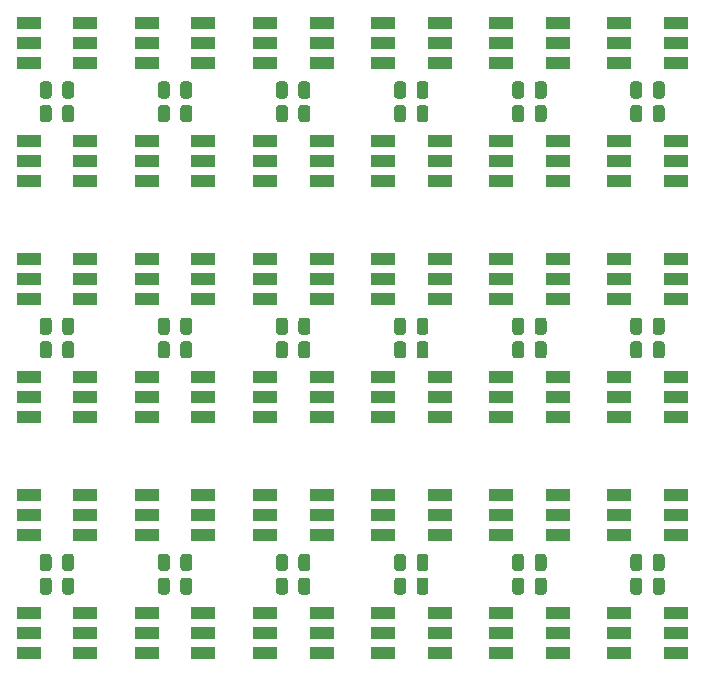
<source format=gbr>
%TF.GenerationSoftware,KiCad,Pcbnew,(5.1.9)-1*%
%TF.CreationDate,2021-05-23T18:39:07+01:00*%
%TF.ProjectId,LEDMaze,4c45444d-617a-4652-9e6b-696361645f70,rev?*%
%TF.SameCoordinates,Original*%
%TF.FileFunction,Paste,Top*%
%TF.FilePolarity,Positive*%
%FSLAX46Y46*%
G04 Gerber Fmt 4.6, Leading zero omitted, Abs format (unit mm)*
G04 Created by KiCad (PCBNEW (5.1.9)-1) date 2021-05-23 18:39:07*
%MOMM*%
%LPD*%
G01*
G04 APERTURE LIST*
%ADD10R,2.000000X1.100000*%
G04 APERTURE END LIST*
D10*
%TO.C,D36*%
X27600000Y-101700000D03*
X27600000Y-100000000D03*
X27600000Y-98300000D03*
X32400000Y-98300000D03*
X32400000Y-100000000D03*
X32400000Y-101700000D03*
%TD*%
%TO.C,D35*%
X37600000Y-101700000D03*
X37600000Y-100000000D03*
X37600000Y-98300000D03*
X42400000Y-98300000D03*
X42400000Y-100000000D03*
X42400000Y-101700000D03*
%TD*%
%TO.C,D34*%
X47600000Y-101700000D03*
X47600000Y-100000000D03*
X47600000Y-98300000D03*
X52400000Y-98300000D03*
X52400000Y-100000000D03*
X52400000Y-101700000D03*
%TD*%
%TO.C,D33*%
X57600000Y-101700000D03*
X57600000Y-100000000D03*
X57600000Y-98300000D03*
X62400000Y-98300000D03*
X62400000Y-100000000D03*
X62400000Y-101700000D03*
%TD*%
%TO.C,D32*%
X67600000Y-101700000D03*
X67600000Y-100000000D03*
X67600000Y-98300000D03*
X72400000Y-98300000D03*
X72400000Y-100000000D03*
X72400000Y-101700000D03*
%TD*%
%TO.C,D31*%
X77600000Y-101700000D03*
X77600000Y-100000000D03*
X77600000Y-98300000D03*
X82400000Y-98300000D03*
X82400000Y-100000000D03*
X82400000Y-101700000D03*
%TD*%
%TO.C,D30*%
X82400000Y-88300000D03*
X82400000Y-90000000D03*
X82400000Y-91700000D03*
X77600000Y-91700000D03*
X77600000Y-90000000D03*
X77600000Y-88300000D03*
%TD*%
%TO.C,D29*%
X72400000Y-88300000D03*
X72400000Y-90000000D03*
X72400000Y-91700000D03*
X67600000Y-91700000D03*
X67600000Y-90000000D03*
X67600000Y-88300000D03*
%TD*%
%TO.C,D28*%
X62400000Y-88300000D03*
X62400000Y-90000000D03*
X62400000Y-91700000D03*
X57600000Y-91700000D03*
X57600000Y-90000000D03*
X57600000Y-88300000D03*
%TD*%
%TO.C,D27*%
X52400000Y-88300000D03*
X52400000Y-90000000D03*
X52400000Y-91700000D03*
X47600000Y-91700000D03*
X47600000Y-90000000D03*
X47600000Y-88300000D03*
%TD*%
%TO.C,D26*%
X42400000Y-88300000D03*
X42400000Y-90000000D03*
X42400000Y-91700000D03*
X37600000Y-91700000D03*
X37600000Y-90000000D03*
X37600000Y-88300000D03*
%TD*%
%TO.C,D25*%
X32400000Y-88300000D03*
X32400000Y-90000000D03*
X32400000Y-91700000D03*
X27600000Y-91700000D03*
X27600000Y-90000000D03*
X27600000Y-88300000D03*
%TD*%
%TO.C,D24*%
X27600000Y-81700000D03*
X27600000Y-80000000D03*
X27600000Y-78300000D03*
X32400000Y-78300000D03*
X32400000Y-80000000D03*
X32400000Y-81700000D03*
%TD*%
%TO.C,D23*%
X37600000Y-81700000D03*
X37600000Y-80000000D03*
X37600000Y-78300000D03*
X42400000Y-78300000D03*
X42400000Y-80000000D03*
X42400000Y-81700000D03*
%TD*%
%TO.C,D22*%
X47600000Y-81700000D03*
X47600000Y-80000000D03*
X47600000Y-78300000D03*
X52400000Y-78300000D03*
X52400000Y-80000000D03*
X52400000Y-81700000D03*
%TD*%
%TO.C,D21*%
X57600000Y-81700000D03*
X57600000Y-80000000D03*
X57600000Y-78300000D03*
X62400000Y-78300000D03*
X62400000Y-80000000D03*
X62400000Y-81700000D03*
%TD*%
%TO.C,D20*%
X67600000Y-81700000D03*
X67600000Y-80000000D03*
X67600000Y-78300000D03*
X72400000Y-78300000D03*
X72400000Y-80000000D03*
X72400000Y-81700000D03*
%TD*%
%TO.C,D19*%
X77600000Y-81700000D03*
X77600000Y-80000000D03*
X77600000Y-78300000D03*
X82400000Y-78300000D03*
X82400000Y-80000000D03*
X82400000Y-81700000D03*
%TD*%
%TO.C,D18*%
X82400000Y-68300000D03*
X82400000Y-70000000D03*
X82400000Y-71700000D03*
X77600000Y-71700000D03*
X77600000Y-70000000D03*
X77600000Y-68300000D03*
%TD*%
%TO.C,D17*%
X72400000Y-68300000D03*
X72400000Y-70000000D03*
X72400000Y-71700000D03*
X67600000Y-71700000D03*
X67600000Y-70000000D03*
X67600000Y-68300000D03*
%TD*%
%TO.C,D16*%
X62400000Y-68300000D03*
X62400000Y-70000000D03*
X62400000Y-71700000D03*
X57600000Y-71700000D03*
X57600000Y-70000000D03*
X57600000Y-68300000D03*
%TD*%
%TO.C,D15*%
X52400000Y-68300000D03*
X52400000Y-70000000D03*
X52400000Y-71700000D03*
X47600000Y-71700000D03*
X47600000Y-70000000D03*
X47600000Y-68300000D03*
%TD*%
%TO.C,D14*%
X42400000Y-68300000D03*
X42400000Y-70000000D03*
X42400000Y-71700000D03*
X37600000Y-71700000D03*
X37600000Y-70000000D03*
X37600000Y-68300000D03*
%TD*%
%TO.C,D13*%
X32400000Y-68300000D03*
X32400000Y-70000000D03*
X32400000Y-71700000D03*
X27600000Y-71700000D03*
X27600000Y-70000000D03*
X27600000Y-68300000D03*
%TD*%
%TO.C,D12*%
X27600000Y-61700000D03*
X27600000Y-60000000D03*
X27600000Y-58300000D03*
X32400000Y-58300000D03*
X32400000Y-60000000D03*
X32400000Y-61700000D03*
%TD*%
%TO.C,D11*%
X37600000Y-61700000D03*
X37600000Y-60000000D03*
X37600000Y-58300000D03*
X42400000Y-58300000D03*
X42400000Y-60000000D03*
X42400000Y-61700000D03*
%TD*%
%TO.C,D10*%
X47600000Y-61700000D03*
X47600000Y-60000000D03*
X47600000Y-58300000D03*
X52400000Y-58300000D03*
X52400000Y-60000000D03*
X52400000Y-61700000D03*
%TD*%
%TO.C,D9*%
X57600000Y-61700000D03*
X57600000Y-60000000D03*
X57600000Y-58300000D03*
X62400000Y-58300000D03*
X62400000Y-60000000D03*
X62400000Y-61700000D03*
%TD*%
%TO.C,D8*%
X67600000Y-61700000D03*
X67600000Y-60000000D03*
X67600000Y-58300000D03*
X72400000Y-58300000D03*
X72400000Y-60000000D03*
X72400000Y-61700000D03*
%TD*%
%TO.C,D7*%
X77600000Y-61700000D03*
X77600000Y-60000000D03*
X77600000Y-58300000D03*
X82400000Y-58300000D03*
X82400000Y-60000000D03*
X82400000Y-61700000D03*
%TD*%
%TO.C,C36*%
G36*
G01*
X30450000Y-96475000D02*
X30450000Y-95525000D01*
G75*
G02*
X30700000Y-95275000I250000J0D01*
G01*
X31200000Y-95275000D01*
G75*
G02*
X31450000Y-95525000I0J-250000D01*
G01*
X31450000Y-96475000D01*
G75*
G02*
X31200000Y-96725000I-250000J0D01*
G01*
X30700000Y-96725000D01*
G75*
G02*
X30450000Y-96475000I0J250000D01*
G01*
G37*
G36*
G01*
X28550000Y-96475000D02*
X28550000Y-95525000D01*
G75*
G02*
X28800000Y-95275000I250000J0D01*
G01*
X29300000Y-95275000D01*
G75*
G02*
X29550000Y-95525000I0J-250000D01*
G01*
X29550000Y-96475000D01*
G75*
G02*
X29300000Y-96725000I-250000J0D01*
G01*
X28800000Y-96725000D01*
G75*
G02*
X28550000Y-96475000I0J250000D01*
G01*
G37*
%TD*%
%TO.C,C35*%
G36*
G01*
X40450000Y-96475000D02*
X40450000Y-95525000D01*
G75*
G02*
X40700000Y-95275000I250000J0D01*
G01*
X41200000Y-95275000D01*
G75*
G02*
X41450000Y-95525000I0J-250000D01*
G01*
X41450000Y-96475000D01*
G75*
G02*
X41200000Y-96725000I-250000J0D01*
G01*
X40700000Y-96725000D01*
G75*
G02*
X40450000Y-96475000I0J250000D01*
G01*
G37*
G36*
G01*
X38550000Y-96475000D02*
X38550000Y-95525000D01*
G75*
G02*
X38800000Y-95275000I250000J0D01*
G01*
X39300000Y-95275000D01*
G75*
G02*
X39550000Y-95525000I0J-250000D01*
G01*
X39550000Y-96475000D01*
G75*
G02*
X39300000Y-96725000I-250000J0D01*
G01*
X38800000Y-96725000D01*
G75*
G02*
X38550000Y-96475000I0J250000D01*
G01*
G37*
%TD*%
%TO.C,C34*%
G36*
G01*
X50450000Y-96475000D02*
X50450000Y-95525000D01*
G75*
G02*
X50700000Y-95275000I250000J0D01*
G01*
X51200000Y-95275000D01*
G75*
G02*
X51450000Y-95525000I0J-250000D01*
G01*
X51450000Y-96475000D01*
G75*
G02*
X51200000Y-96725000I-250000J0D01*
G01*
X50700000Y-96725000D01*
G75*
G02*
X50450000Y-96475000I0J250000D01*
G01*
G37*
G36*
G01*
X48550000Y-96475000D02*
X48550000Y-95525000D01*
G75*
G02*
X48800000Y-95275000I250000J0D01*
G01*
X49300000Y-95275000D01*
G75*
G02*
X49550000Y-95525000I0J-250000D01*
G01*
X49550000Y-96475000D01*
G75*
G02*
X49300000Y-96725000I-250000J0D01*
G01*
X48800000Y-96725000D01*
G75*
G02*
X48550000Y-96475000I0J250000D01*
G01*
G37*
%TD*%
%TO.C,C33*%
G36*
G01*
X60450000Y-96475000D02*
X60450000Y-95525000D01*
G75*
G02*
X60700000Y-95275000I250000J0D01*
G01*
X61200000Y-95275000D01*
G75*
G02*
X61450000Y-95525000I0J-250000D01*
G01*
X61450000Y-96475000D01*
G75*
G02*
X61200000Y-96725000I-250000J0D01*
G01*
X60700000Y-96725000D01*
G75*
G02*
X60450000Y-96475000I0J250000D01*
G01*
G37*
G36*
G01*
X58550000Y-96475000D02*
X58550000Y-95525000D01*
G75*
G02*
X58800000Y-95275000I250000J0D01*
G01*
X59300000Y-95275000D01*
G75*
G02*
X59550000Y-95525000I0J-250000D01*
G01*
X59550000Y-96475000D01*
G75*
G02*
X59300000Y-96725000I-250000J0D01*
G01*
X58800000Y-96725000D01*
G75*
G02*
X58550000Y-96475000I0J250000D01*
G01*
G37*
%TD*%
%TO.C,C32*%
G36*
G01*
X70450000Y-96475000D02*
X70450000Y-95525000D01*
G75*
G02*
X70700000Y-95275000I250000J0D01*
G01*
X71200000Y-95275000D01*
G75*
G02*
X71450000Y-95525000I0J-250000D01*
G01*
X71450000Y-96475000D01*
G75*
G02*
X71200000Y-96725000I-250000J0D01*
G01*
X70700000Y-96725000D01*
G75*
G02*
X70450000Y-96475000I0J250000D01*
G01*
G37*
G36*
G01*
X68550000Y-96475000D02*
X68550000Y-95525000D01*
G75*
G02*
X68800000Y-95275000I250000J0D01*
G01*
X69300000Y-95275000D01*
G75*
G02*
X69550000Y-95525000I0J-250000D01*
G01*
X69550000Y-96475000D01*
G75*
G02*
X69300000Y-96725000I-250000J0D01*
G01*
X68800000Y-96725000D01*
G75*
G02*
X68550000Y-96475000I0J250000D01*
G01*
G37*
%TD*%
%TO.C,C31*%
G36*
G01*
X80450000Y-96475000D02*
X80450000Y-95525000D01*
G75*
G02*
X80700000Y-95275000I250000J0D01*
G01*
X81200000Y-95275000D01*
G75*
G02*
X81450000Y-95525000I0J-250000D01*
G01*
X81450000Y-96475000D01*
G75*
G02*
X81200000Y-96725000I-250000J0D01*
G01*
X80700000Y-96725000D01*
G75*
G02*
X80450000Y-96475000I0J250000D01*
G01*
G37*
G36*
G01*
X78550000Y-96475000D02*
X78550000Y-95525000D01*
G75*
G02*
X78800000Y-95275000I250000J0D01*
G01*
X79300000Y-95275000D01*
G75*
G02*
X79550000Y-95525000I0J-250000D01*
G01*
X79550000Y-96475000D01*
G75*
G02*
X79300000Y-96725000I-250000J0D01*
G01*
X78800000Y-96725000D01*
G75*
G02*
X78550000Y-96475000I0J250000D01*
G01*
G37*
%TD*%
%TO.C,C30*%
G36*
G01*
X79550000Y-93525000D02*
X79550000Y-94475000D01*
G75*
G02*
X79300000Y-94725000I-250000J0D01*
G01*
X78800000Y-94725000D01*
G75*
G02*
X78550000Y-94475000I0J250000D01*
G01*
X78550000Y-93525000D01*
G75*
G02*
X78800000Y-93275000I250000J0D01*
G01*
X79300000Y-93275000D01*
G75*
G02*
X79550000Y-93525000I0J-250000D01*
G01*
G37*
G36*
G01*
X81450000Y-93525000D02*
X81450000Y-94475000D01*
G75*
G02*
X81200000Y-94725000I-250000J0D01*
G01*
X80700000Y-94725000D01*
G75*
G02*
X80450000Y-94475000I0J250000D01*
G01*
X80450000Y-93525000D01*
G75*
G02*
X80700000Y-93275000I250000J0D01*
G01*
X81200000Y-93275000D01*
G75*
G02*
X81450000Y-93525000I0J-250000D01*
G01*
G37*
%TD*%
%TO.C,C29*%
G36*
G01*
X69550000Y-93525000D02*
X69550000Y-94475000D01*
G75*
G02*
X69300000Y-94725000I-250000J0D01*
G01*
X68800000Y-94725000D01*
G75*
G02*
X68550000Y-94475000I0J250000D01*
G01*
X68550000Y-93525000D01*
G75*
G02*
X68800000Y-93275000I250000J0D01*
G01*
X69300000Y-93275000D01*
G75*
G02*
X69550000Y-93525000I0J-250000D01*
G01*
G37*
G36*
G01*
X71450000Y-93525000D02*
X71450000Y-94475000D01*
G75*
G02*
X71200000Y-94725000I-250000J0D01*
G01*
X70700000Y-94725000D01*
G75*
G02*
X70450000Y-94475000I0J250000D01*
G01*
X70450000Y-93525000D01*
G75*
G02*
X70700000Y-93275000I250000J0D01*
G01*
X71200000Y-93275000D01*
G75*
G02*
X71450000Y-93525000I0J-250000D01*
G01*
G37*
%TD*%
%TO.C,C28*%
G36*
G01*
X59550000Y-93525000D02*
X59550000Y-94475000D01*
G75*
G02*
X59300000Y-94725000I-250000J0D01*
G01*
X58800000Y-94725000D01*
G75*
G02*
X58550000Y-94475000I0J250000D01*
G01*
X58550000Y-93525000D01*
G75*
G02*
X58800000Y-93275000I250000J0D01*
G01*
X59300000Y-93275000D01*
G75*
G02*
X59550000Y-93525000I0J-250000D01*
G01*
G37*
G36*
G01*
X61450000Y-93525000D02*
X61450000Y-94475000D01*
G75*
G02*
X61200000Y-94725000I-250000J0D01*
G01*
X60700000Y-94725000D01*
G75*
G02*
X60450000Y-94475000I0J250000D01*
G01*
X60450000Y-93525000D01*
G75*
G02*
X60700000Y-93275000I250000J0D01*
G01*
X61200000Y-93275000D01*
G75*
G02*
X61450000Y-93525000I0J-250000D01*
G01*
G37*
%TD*%
%TO.C,C27*%
G36*
G01*
X49550000Y-93525000D02*
X49550000Y-94475000D01*
G75*
G02*
X49300000Y-94725000I-250000J0D01*
G01*
X48800000Y-94725000D01*
G75*
G02*
X48550000Y-94475000I0J250000D01*
G01*
X48550000Y-93525000D01*
G75*
G02*
X48800000Y-93275000I250000J0D01*
G01*
X49300000Y-93275000D01*
G75*
G02*
X49550000Y-93525000I0J-250000D01*
G01*
G37*
G36*
G01*
X51450000Y-93525000D02*
X51450000Y-94475000D01*
G75*
G02*
X51200000Y-94725000I-250000J0D01*
G01*
X50700000Y-94725000D01*
G75*
G02*
X50450000Y-94475000I0J250000D01*
G01*
X50450000Y-93525000D01*
G75*
G02*
X50700000Y-93275000I250000J0D01*
G01*
X51200000Y-93275000D01*
G75*
G02*
X51450000Y-93525000I0J-250000D01*
G01*
G37*
%TD*%
%TO.C,C26*%
G36*
G01*
X39550000Y-93525000D02*
X39550000Y-94475000D01*
G75*
G02*
X39300000Y-94725000I-250000J0D01*
G01*
X38800000Y-94725000D01*
G75*
G02*
X38550000Y-94475000I0J250000D01*
G01*
X38550000Y-93525000D01*
G75*
G02*
X38800000Y-93275000I250000J0D01*
G01*
X39300000Y-93275000D01*
G75*
G02*
X39550000Y-93525000I0J-250000D01*
G01*
G37*
G36*
G01*
X41450000Y-93525000D02*
X41450000Y-94475000D01*
G75*
G02*
X41200000Y-94725000I-250000J0D01*
G01*
X40700000Y-94725000D01*
G75*
G02*
X40450000Y-94475000I0J250000D01*
G01*
X40450000Y-93525000D01*
G75*
G02*
X40700000Y-93275000I250000J0D01*
G01*
X41200000Y-93275000D01*
G75*
G02*
X41450000Y-93525000I0J-250000D01*
G01*
G37*
%TD*%
%TO.C,C25*%
G36*
G01*
X29550000Y-93525000D02*
X29550000Y-94475000D01*
G75*
G02*
X29300000Y-94725000I-250000J0D01*
G01*
X28800000Y-94725000D01*
G75*
G02*
X28550000Y-94475000I0J250000D01*
G01*
X28550000Y-93525000D01*
G75*
G02*
X28800000Y-93275000I250000J0D01*
G01*
X29300000Y-93275000D01*
G75*
G02*
X29550000Y-93525000I0J-250000D01*
G01*
G37*
G36*
G01*
X31450000Y-93525000D02*
X31450000Y-94475000D01*
G75*
G02*
X31200000Y-94725000I-250000J0D01*
G01*
X30700000Y-94725000D01*
G75*
G02*
X30450000Y-94475000I0J250000D01*
G01*
X30450000Y-93525000D01*
G75*
G02*
X30700000Y-93275000I250000J0D01*
G01*
X31200000Y-93275000D01*
G75*
G02*
X31450000Y-93525000I0J-250000D01*
G01*
G37*
%TD*%
%TO.C,C24*%
G36*
G01*
X30450000Y-76475000D02*
X30450000Y-75525000D01*
G75*
G02*
X30700000Y-75275000I250000J0D01*
G01*
X31200000Y-75275000D01*
G75*
G02*
X31450000Y-75525000I0J-250000D01*
G01*
X31450000Y-76475000D01*
G75*
G02*
X31200000Y-76725000I-250000J0D01*
G01*
X30700000Y-76725000D01*
G75*
G02*
X30450000Y-76475000I0J250000D01*
G01*
G37*
G36*
G01*
X28550000Y-76475000D02*
X28550000Y-75525000D01*
G75*
G02*
X28800000Y-75275000I250000J0D01*
G01*
X29300000Y-75275000D01*
G75*
G02*
X29550000Y-75525000I0J-250000D01*
G01*
X29550000Y-76475000D01*
G75*
G02*
X29300000Y-76725000I-250000J0D01*
G01*
X28800000Y-76725000D01*
G75*
G02*
X28550000Y-76475000I0J250000D01*
G01*
G37*
%TD*%
%TO.C,C23*%
G36*
G01*
X40450000Y-76475000D02*
X40450000Y-75525000D01*
G75*
G02*
X40700000Y-75275000I250000J0D01*
G01*
X41200000Y-75275000D01*
G75*
G02*
X41450000Y-75525000I0J-250000D01*
G01*
X41450000Y-76475000D01*
G75*
G02*
X41200000Y-76725000I-250000J0D01*
G01*
X40700000Y-76725000D01*
G75*
G02*
X40450000Y-76475000I0J250000D01*
G01*
G37*
G36*
G01*
X38550000Y-76475000D02*
X38550000Y-75525000D01*
G75*
G02*
X38800000Y-75275000I250000J0D01*
G01*
X39300000Y-75275000D01*
G75*
G02*
X39550000Y-75525000I0J-250000D01*
G01*
X39550000Y-76475000D01*
G75*
G02*
X39300000Y-76725000I-250000J0D01*
G01*
X38800000Y-76725000D01*
G75*
G02*
X38550000Y-76475000I0J250000D01*
G01*
G37*
%TD*%
%TO.C,C22*%
G36*
G01*
X50450000Y-76475000D02*
X50450000Y-75525000D01*
G75*
G02*
X50700000Y-75275000I250000J0D01*
G01*
X51200000Y-75275000D01*
G75*
G02*
X51450000Y-75525000I0J-250000D01*
G01*
X51450000Y-76475000D01*
G75*
G02*
X51200000Y-76725000I-250000J0D01*
G01*
X50700000Y-76725000D01*
G75*
G02*
X50450000Y-76475000I0J250000D01*
G01*
G37*
G36*
G01*
X48550000Y-76475000D02*
X48550000Y-75525000D01*
G75*
G02*
X48800000Y-75275000I250000J0D01*
G01*
X49300000Y-75275000D01*
G75*
G02*
X49550000Y-75525000I0J-250000D01*
G01*
X49550000Y-76475000D01*
G75*
G02*
X49300000Y-76725000I-250000J0D01*
G01*
X48800000Y-76725000D01*
G75*
G02*
X48550000Y-76475000I0J250000D01*
G01*
G37*
%TD*%
%TO.C,C21*%
G36*
G01*
X60450000Y-76475000D02*
X60450000Y-75525000D01*
G75*
G02*
X60700000Y-75275000I250000J0D01*
G01*
X61200000Y-75275000D01*
G75*
G02*
X61450000Y-75525000I0J-250000D01*
G01*
X61450000Y-76475000D01*
G75*
G02*
X61200000Y-76725000I-250000J0D01*
G01*
X60700000Y-76725000D01*
G75*
G02*
X60450000Y-76475000I0J250000D01*
G01*
G37*
G36*
G01*
X58550000Y-76475000D02*
X58550000Y-75525000D01*
G75*
G02*
X58800000Y-75275000I250000J0D01*
G01*
X59300000Y-75275000D01*
G75*
G02*
X59550000Y-75525000I0J-250000D01*
G01*
X59550000Y-76475000D01*
G75*
G02*
X59300000Y-76725000I-250000J0D01*
G01*
X58800000Y-76725000D01*
G75*
G02*
X58550000Y-76475000I0J250000D01*
G01*
G37*
%TD*%
%TO.C,C20*%
G36*
G01*
X70450000Y-76475000D02*
X70450000Y-75525000D01*
G75*
G02*
X70700000Y-75275000I250000J0D01*
G01*
X71200000Y-75275000D01*
G75*
G02*
X71450000Y-75525000I0J-250000D01*
G01*
X71450000Y-76475000D01*
G75*
G02*
X71200000Y-76725000I-250000J0D01*
G01*
X70700000Y-76725000D01*
G75*
G02*
X70450000Y-76475000I0J250000D01*
G01*
G37*
G36*
G01*
X68550000Y-76475000D02*
X68550000Y-75525000D01*
G75*
G02*
X68800000Y-75275000I250000J0D01*
G01*
X69300000Y-75275000D01*
G75*
G02*
X69550000Y-75525000I0J-250000D01*
G01*
X69550000Y-76475000D01*
G75*
G02*
X69300000Y-76725000I-250000J0D01*
G01*
X68800000Y-76725000D01*
G75*
G02*
X68550000Y-76475000I0J250000D01*
G01*
G37*
%TD*%
%TO.C,C19*%
G36*
G01*
X80450000Y-76475000D02*
X80450000Y-75525000D01*
G75*
G02*
X80700000Y-75275000I250000J0D01*
G01*
X81200000Y-75275000D01*
G75*
G02*
X81450000Y-75525000I0J-250000D01*
G01*
X81450000Y-76475000D01*
G75*
G02*
X81200000Y-76725000I-250000J0D01*
G01*
X80700000Y-76725000D01*
G75*
G02*
X80450000Y-76475000I0J250000D01*
G01*
G37*
G36*
G01*
X78550000Y-76475000D02*
X78550000Y-75525000D01*
G75*
G02*
X78800000Y-75275000I250000J0D01*
G01*
X79300000Y-75275000D01*
G75*
G02*
X79550000Y-75525000I0J-250000D01*
G01*
X79550000Y-76475000D01*
G75*
G02*
X79300000Y-76725000I-250000J0D01*
G01*
X78800000Y-76725000D01*
G75*
G02*
X78550000Y-76475000I0J250000D01*
G01*
G37*
%TD*%
%TO.C,C18*%
G36*
G01*
X79550000Y-73525000D02*
X79550000Y-74475000D01*
G75*
G02*
X79300000Y-74725000I-250000J0D01*
G01*
X78800000Y-74725000D01*
G75*
G02*
X78550000Y-74475000I0J250000D01*
G01*
X78550000Y-73525000D01*
G75*
G02*
X78800000Y-73275000I250000J0D01*
G01*
X79300000Y-73275000D01*
G75*
G02*
X79550000Y-73525000I0J-250000D01*
G01*
G37*
G36*
G01*
X81450000Y-73525000D02*
X81450000Y-74475000D01*
G75*
G02*
X81200000Y-74725000I-250000J0D01*
G01*
X80700000Y-74725000D01*
G75*
G02*
X80450000Y-74475000I0J250000D01*
G01*
X80450000Y-73525000D01*
G75*
G02*
X80700000Y-73275000I250000J0D01*
G01*
X81200000Y-73275000D01*
G75*
G02*
X81450000Y-73525000I0J-250000D01*
G01*
G37*
%TD*%
%TO.C,C17*%
G36*
G01*
X69550000Y-73525000D02*
X69550000Y-74475000D01*
G75*
G02*
X69300000Y-74725000I-250000J0D01*
G01*
X68800000Y-74725000D01*
G75*
G02*
X68550000Y-74475000I0J250000D01*
G01*
X68550000Y-73525000D01*
G75*
G02*
X68800000Y-73275000I250000J0D01*
G01*
X69300000Y-73275000D01*
G75*
G02*
X69550000Y-73525000I0J-250000D01*
G01*
G37*
G36*
G01*
X71450000Y-73525000D02*
X71450000Y-74475000D01*
G75*
G02*
X71200000Y-74725000I-250000J0D01*
G01*
X70700000Y-74725000D01*
G75*
G02*
X70450000Y-74475000I0J250000D01*
G01*
X70450000Y-73525000D01*
G75*
G02*
X70700000Y-73275000I250000J0D01*
G01*
X71200000Y-73275000D01*
G75*
G02*
X71450000Y-73525000I0J-250000D01*
G01*
G37*
%TD*%
%TO.C,C16*%
G36*
G01*
X59550000Y-73525000D02*
X59550000Y-74475000D01*
G75*
G02*
X59300000Y-74725000I-250000J0D01*
G01*
X58800000Y-74725000D01*
G75*
G02*
X58550000Y-74475000I0J250000D01*
G01*
X58550000Y-73525000D01*
G75*
G02*
X58800000Y-73275000I250000J0D01*
G01*
X59300000Y-73275000D01*
G75*
G02*
X59550000Y-73525000I0J-250000D01*
G01*
G37*
G36*
G01*
X61450000Y-73525000D02*
X61450000Y-74475000D01*
G75*
G02*
X61200000Y-74725000I-250000J0D01*
G01*
X60700000Y-74725000D01*
G75*
G02*
X60450000Y-74475000I0J250000D01*
G01*
X60450000Y-73525000D01*
G75*
G02*
X60700000Y-73275000I250000J0D01*
G01*
X61200000Y-73275000D01*
G75*
G02*
X61450000Y-73525000I0J-250000D01*
G01*
G37*
%TD*%
%TO.C,C15*%
G36*
G01*
X49550000Y-73525000D02*
X49550000Y-74475000D01*
G75*
G02*
X49300000Y-74725000I-250000J0D01*
G01*
X48800000Y-74725000D01*
G75*
G02*
X48550000Y-74475000I0J250000D01*
G01*
X48550000Y-73525000D01*
G75*
G02*
X48800000Y-73275000I250000J0D01*
G01*
X49300000Y-73275000D01*
G75*
G02*
X49550000Y-73525000I0J-250000D01*
G01*
G37*
G36*
G01*
X51450000Y-73525000D02*
X51450000Y-74475000D01*
G75*
G02*
X51200000Y-74725000I-250000J0D01*
G01*
X50700000Y-74725000D01*
G75*
G02*
X50450000Y-74475000I0J250000D01*
G01*
X50450000Y-73525000D01*
G75*
G02*
X50700000Y-73275000I250000J0D01*
G01*
X51200000Y-73275000D01*
G75*
G02*
X51450000Y-73525000I0J-250000D01*
G01*
G37*
%TD*%
%TO.C,C14*%
G36*
G01*
X39550000Y-73525000D02*
X39550000Y-74475000D01*
G75*
G02*
X39300000Y-74725000I-250000J0D01*
G01*
X38800000Y-74725000D01*
G75*
G02*
X38550000Y-74475000I0J250000D01*
G01*
X38550000Y-73525000D01*
G75*
G02*
X38800000Y-73275000I250000J0D01*
G01*
X39300000Y-73275000D01*
G75*
G02*
X39550000Y-73525000I0J-250000D01*
G01*
G37*
G36*
G01*
X41450000Y-73525000D02*
X41450000Y-74475000D01*
G75*
G02*
X41200000Y-74725000I-250000J0D01*
G01*
X40700000Y-74725000D01*
G75*
G02*
X40450000Y-74475000I0J250000D01*
G01*
X40450000Y-73525000D01*
G75*
G02*
X40700000Y-73275000I250000J0D01*
G01*
X41200000Y-73275000D01*
G75*
G02*
X41450000Y-73525000I0J-250000D01*
G01*
G37*
%TD*%
%TO.C,C13*%
G36*
G01*
X29550000Y-73525000D02*
X29550000Y-74475000D01*
G75*
G02*
X29300000Y-74725000I-250000J0D01*
G01*
X28800000Y-74725000D01*
G75*
G02*
X28550000Y-74475000I0J250000D01*
G01*
X28550000Y-73525000D01*
G75*
G02*
X28800000Y-73275000I250000J0D01*
G01*
X29300000Y-73275000D01*
G75*
G02*
X29550000Y-73525000I0J-250000D01*
G01*
G37*
G36*
G01*
X31450000Y-73525000D02*
X31450000Y-74475000D01*
G75*
G02*
X31200000Y-74725000I-250000J0D01*
G01*
X30700000Y-74725000D01*
G75*
G02*
X30450000Y-74475000I0J250000D01*
G01*
X30450000Y-73525000D01*
G75*
G02*
X30700000Y-73275000I250000J0D01*
G01*
X31200000Y-73275000D01*
G75*
G02*
X31450000Y-73525000I0J-250000D01*
G01*
G37*
%TD*%
%TO.C,C12*%
G36*
G01*
X30450000Y-56475000D02*
X30450000Y-55525000D01*
G75*
G02*
X30700000Y-55275000I250000J0D01*
G01*
X31200000Y-55275000D01*
G75*
G02*
X31450000Y-55525000I0J-250000D01*
G01*
X31450000Y-56475000D01*
G75*
G02*
X31200000Y-56725000I-250000J0D01*
G01*
X30700000Y-56725000D01*
G75*
G02*
X30450000Y-56475000I0J250000D01*
G01*
G37*
G36*
G01*
X28550000Y-56475000D02*
X28550000Y-55525000D01*
G75*
G02*
X28800000Y-55275000I250000J0D01*
G01*
X29300000Y-55275000D01*
G75*
G02*
X29550000Y-55525000I0J-250000D01*
G01*
X29550000Y-56475000D01*
G75*
G02*
X29300000Y-56725000I-250000J0D01*
G01*
X28800000Y-56725000D01*
G75*
G02*
X28550000Y-56475000I0J250000D01*
G01*
G37*
%TD*%
%TO.C,C11*%
G36*
G01*
X40450000Y-56475000D02*
X40450000Y-55525000D01*
G75*
G02*
X40700000Y-55275000I250000J0D01*
G01*
X41200000Y-55275000D01*
G75*
G02*
X41450000Y-55525000I0J-250000D01*
G01*
X41450000Y-56475000D01*
G75*
G02*
X41200000Y-56725000I-250000J0D01*
G01*
X40700000Y-56725000D01*
G75*
G02*
X40450000Y-56475000I0J250000D01*
G01*
G37*
G36*
G01*
X38550000Y-56475000D02*
X38550000Y-55525000D01*
G75*
G02*
X38800000Y-55275000I250000J0D01*
G01*
X39300000Y-55275000D01*
G75*
G02*
X39550000Y-55525000I0J-250000D01*
G01*
X39550000Y-56475000D01*
G75*
G02*
X39300000Y-56725000I-250000J0D01*
G01*
X38800000Y-56725000D01*
G75*
G02*
X38550000Y-56475000I0J250000D01*
G01*
G37*
%TD*%
%TO.C,C10*%
G36*
G01*
X50450000Y-56475000D02*
X50450000Y-55525000D01*
G75*
G02*
X50700000Y-55275000I250000J0D01*
G01*
X51200000Y-55275000D01*
G75*
G02*
X51450000Y-55525000I0J-250000D01*
G01*
X51450000Y-56475000D01*
G75*
G02*
X51200000Y-56725000I-250000J0D01*
G01*
X50700000Y-56725000D01*
G75*
G02*
X50450000Y-56475000I0J250000D01*
G01*
G37*
G36*
G01*
X48550000Y-56475000D02*
X48550000Y-55525000D01*
G75*
G02*
X48800000Y-55275000I250000J0D01*
G01*
X49300000Y-55275000D01*
G75*
G02*
X49550000Y-55525000I0J-250000D01*
G01*
X49550000Y-56475000D01*
G75*
G02*
X49300000Y-56725000I-250000J0D01*
G01*
X48800000Y-56725000D01*
G75*
G02*
X48550000Y-56475000I0J250000D01*
G01*
G37*
%TD*%
%TO.C,C9*%
G36*
G01*
X60450000Y-56475000D02*
X60450000Y-55525000D01*
G75*
G02*
X60700000Y-55275000I250000J0D01*
G01*
X61200000Y-55275000D01*
G75*
G02*
X61450000Y-55525000I0J-250000D01*
G01*
X61450000Y-56475000D01*
G75*
G02*
X61200000Y-56725000I-250000J0D01*
G01*
X60700000Y-56725000D01*
G75*
G02*
X60450000Y-56475000I0J250000D01*
G01*
G37*
G36*
G01*
X58550000Y-56475000D02*
X58550000Y-55525000D01*
G75*
G02*
X58800000Y-55275000I250000J0D01*
G01*
X59300000Y-55275000D01*
G75*
G02*
X59550000Y-55525000I0J-250000D01*
G01*
X59550000Y-56475000D01*
G75*
G02*
X59300000Y-56725000I-250000J0D01*
G01*
X58800000Y-56725000D01*
G75*
G02*
X58550000Y-56475000I0J250000D01*
G01*
G37*
%TD*%
%TO.C,C8*%
G36*
G01*
X70450000Y-56475000D02*
X70450000Y-55525000D01*
G75*
G02*
X70700000Y-55275000I250000J0D01*
G01*
X71200000Y-55275000D01*
G75*
G02*
X71450000Y-55525000I0J-250000D01*
G01*
X71450000Y-56475000D01*
G75*
G02*
X71200000Y-56725000I-250000J0D01*
G01*
X70700000Y-56725000D01*
G75*
G02*
X70450000Y-56475000I0J250000D01*
G01*
G37*
G36*
G01*
X68550000Y-56475000D02*
X68550000Y-55525000D01*
G75*
G02*
X68800000Y-55275000I250000J0D01*
G01*
X69300000Y-55275000D01*
G75*
G02*
X69550000Y-55525000I0J-250000D01*
G01*
X69550000Y-56475000D01*
G75*
G02*
X69300000Y-56725000I-250000J0D01*
G01*
X68800000Y-56725000D01*
G75*
G02*
X68550000Y-56475000I0J250000D01*
G01*
G37*
%TD*%
%TO.C,C7*%
G36*
G01*
X80450000Y-56475000D02*
X80450000Y-55525000D01*
G75*
G02*
X80700000Y-55275000I250000J0D01*
G01*
X81200000Y-55275000D01*
G75*
G02*
X81450000Y-55525000I0J-250000D01*
G01*
X81450000Y-56475000D01*
G75*
G02*
X81200000Y-56725000I-250000J0D01*
G01*
X80700000Y-56725000D01*
G75*
G02*
X80450000Y-56475000I0J250000D01*
G01*
G37*
G36*
G01*
X78550000Y-56475000D02*
X78550000Y-55525000D01*
G75*
G02*
X78800000Y-55275000I250000J0D01*
G01*
X79300000Y-55275000D01*
G75*
G02*
X79550000Y-55525000I0J-250000D01*
G01*
X79550000Y-56475000D01*
G75*
G02*
X79300000Y-56725000I-250000J0D01*
G01*
X78800000Y-56725000D01*
G75*
G02*
X78550000Y-56475000I0J250000D01*
G01*
G37*
%TD*%
%TO.C,D1*%
X32400000Y-48300000D03*
X32400000Y-50000000D03*
X32400000Y-51700000D03*
X27600000Y-51700000D03*
X27600000Y-50000000D03*
X27600000Y-48300000D03*
%TD*%
%TO.C,D6*%
X82400000Y-48300000D03*
X82400000Y-50000000D03*
X82400000Y-51700000D03*
X77600000Y-51700000D03*
X77600000Y-50000000D03*
X77600000Y-48300000D03*
%TD*%
%TO.C,D5*%
X72400000Y-48300000D03*
X72400000Y-50000000D03*
X72400000Y-51700000D03*
X67600000Y-51700000D03*
X67600000Y-50000000D03*
X67600000Y-48300000D03*
%TD*%
%TO.C,D4*%
X62400000Y-48300000D03*
X62400000Y-50000000D03*
X62400000Y-51700000D03*
X57600000Y-51700000D03*
X57600000Y-50000000D03*
X57600000Y-48300000D03*
%TD*%
%TO.C,D3*%
X52400000Y-48300000D03*
X52400000Y-50000000D03*
X52400000Y-51700000D03*
X47600000Y-51700000D03*
X47600000Y-50000000D03*
X47600000Y-48300000D03*
%TD*%
%TO.C,D2*%
X42400000Y-48300000D03*
X42400000Y-50000000D03*
X42400000Y-51700000D03*
X37600000Y-51700000D03*
X37600000Y-50000000D03*
X37600000Y-48300000D03*
%TD*%
%TO.C,C6*%
G36*
G01*
X79550000Y-53525000D02*
X79550000Y-54475000D01*
G75*
G02*
X79300000Y-54725000I-250000J0D01*
G01*
X78800000Y-54725000D01*
G75*
G02*
X78550000Y-54475000I0J250000D01*
G01*
X78550000Y-53525000D01*
G75*
G02*
X78800000Y-53275000I250000J0D01*
G01*
X79300000Y-53275000D01*
G75*
G02*
X79550000Y-53525000I0J-250000D01*
G01*
G37*
G36*
G01*
X81450000Y-53525000D02*
X81450000Y-54475000D01*
G75*
G02*
X81200000Y-54725000I-250000J0D01*
G01*
X80700000Y-54725000D01*
G75*
G02*
X80450000Y-54475000I0J250000D01*
G01*
X80450000Y-53525000D01*
G75*
G02*
X80700000Y-53275000I250000J0D01*
G01*
X81200000Y-53275000D01*
G75*
G02*
X81450000Y-53525000I0J-250000D01*
G01*
G37*
%TD*%
%TO.C,C5*%
G36*
G01*
X69550000Y-53525000D02*
X69550000Y-54475000D01*
G75*
G02*
X69300000Y-54725000I-250000J0D01*
G01*
X68800000Y-54725000D01*
G75*
G02*
X68550000Y-54475000I0J250000D01*
G01*
X68550000Y-53525000D01*
G75*
G02*
X68800000Y-53275000I250000J0D01*
G01*
X69300000Y-53275000D01*
G75*
G02*
X69550000Y-53525000I0J-250000D01*
G01*
G37*
G36*
G01*
X71450000Y-53525000D02*
X71450000Y-54475000D01*
G75*
G02*
X71200000Y-54725000I-250000J0D01*
G01*
X70700000Y-54725000D01*
G75*
G02*
X70450000Y-54475000I0J250000D01*
G01*
X70450000Y-53525000D01*
G75*
G02*
X70700000Y-53275000I250000J0D01*
G01*
X71200000Y-53275000D01*
G75*
G02*
X71450000Y-53525000I0J-250000D01*
G01*
G37*
%TD*%
%TO.C,C4*%
G36*
G01*
X59550000Y-53525000D02*
X59550000Y-54475000D01*
G75*
G02*
X59300000Y-54725000I-250000J0D01*
G01*
X58800000Y-54725000D01*
G75*
G02*
X58550000Y-54475000I0J250000D01*
G01*
X58550000Y-53525000D01*
G75*
G02*
X58800000Y-53275000I250000J0D01*
G01*
X59300000Y-53275000D01*
G75*
G02*
X59550000Y-53525000I0J-250000D01*
G01*
G37*
G36*
G01*
X61450000Y-53525000D02*
X61450000Y-54475000D01*
G75*
G02*
X61200000Y-54725000I-250000J0D01*
G01*
X60700000Y-54725000D01*
G75*
G02*
X60450000Y-54475000I0J250000D01*
G01*
X60450000Y-53525000D01*
G75*
G02*
X60700000Y-53275000I250000J0D01*
G01*
X61200000Y-53275000D01*
G75*
G02*
X61450000Y-53525000I0J-250000D01*
G01*
G37*
%TD*%
%TO.C,C3*%
G36*
G01*
X49550000Y-53525000D02*
X49550000Y-54475000D01*
G75*
G02*
X49300000Y-54725000I-250000J0D01*
G01*
X48800000Y-54725000D01*
G75*
G02*
X48550000Y-54475000I0J250000D01*
G01*
X48550000Y-53525000D01*
G75*
G02*
X48800000Y-53275000I250000J0D01*
G01*
X49300000Y-53275000D01*
G75*
G02*
X49550000Y-53525000I0J-250000D01*
G01*
G37*
G36*
G01*
X51450000Y-53525000D02*
X51450000Y-54475000D01*
G75*
G02*
X51200000Y-54725000I-250000J0D01*
G01*
X50700000Y-54725000D01*
G75*
G02*
X50450000Y-54475000I0J250000D01*
G01*
X50450000Y-53525000D01*
G75*
G02*
X50700000Y-53275000I250000J0D01*
G01*
X51200000Y-53275000D01*
G75*
G02*
X51450000Y-53525000I0J-250000D01*
G01*
G37*
%TD*%
%TO.C,C2*%
G36*
G01*
X39550000Y-53525000D02*
X39550000Y-54475000D01*
G75*
G02*
X39300000Y-54725000I-250000J0D01*
G01*
X38800000Y-54725000D01*
G75*
G02*
X38550000Y-54475000I0J250000D01*
G01*
X38550000Y-53525000D01*
G75*
G02*
X38800000Y-53275000I250000J0D01*
G01*
X39300000Y-53275000D01*
G75*
G02*
X39550000Y-53525000I0J-250000D01*
G01*
G37*
G36*
G01*
X41450000Y-53525000D02*
X41450000Y-54475000D01*
G75*
G02*
X41200000Y-54725000I-250000J0D01*
G01*
X40700000Y-54725000D01*
G75*
G02*
X40450000Y-54475000I0J250000D01*
G01*
X40450000Y-53525000D01*
G75*
G02*
X40700000Y-53275000I250000J0D01*
G01*
X41200000Y-53275000D01*
G75*
G02*
X41450000Y-53525000I0J-250000D01*
G01*
G37*
%TD*%
%TO.C,C1*%
G36*
G01*
X29550000Y-53525000D02*
X29550000Y-54475000D01*
G75*
G02*
X29300000Y-54725000I-250000J0D01*
G01*
X28800000Y-54725000D01*
G75*
G02*
X28550000Y-54475000I0J250000D01*
G01*
X28550000Y-53525000D01*
G75*
G02*
X28800000Y-53275000I250000J0D01*
G01*
X29300000Y-53275000D01*
G75*
G02*
X29550000Y-53525000I0J-250000D01*
G01*
G37*
G36*
G01*
X31450000Y-53525000D02*
X31450000Y-54475000D01*
G75*
G02*
X31200000Y-54725000I-250000J0D01*
G01*
X30700000Y-54725000D01*
G75*
G02*
X30450000Y-54475000I0J250000D01*
G01*
X30450000Y-53525000D01*
G75*
G02*
X30700000Y-53275000I250000J0D01*
G01*
X31200000Y-53275000D01*
G75*
G02*
X31450000Y-53525000I0J-250000D01*
G01*
G37*
%TD*%
M02*

</source>
